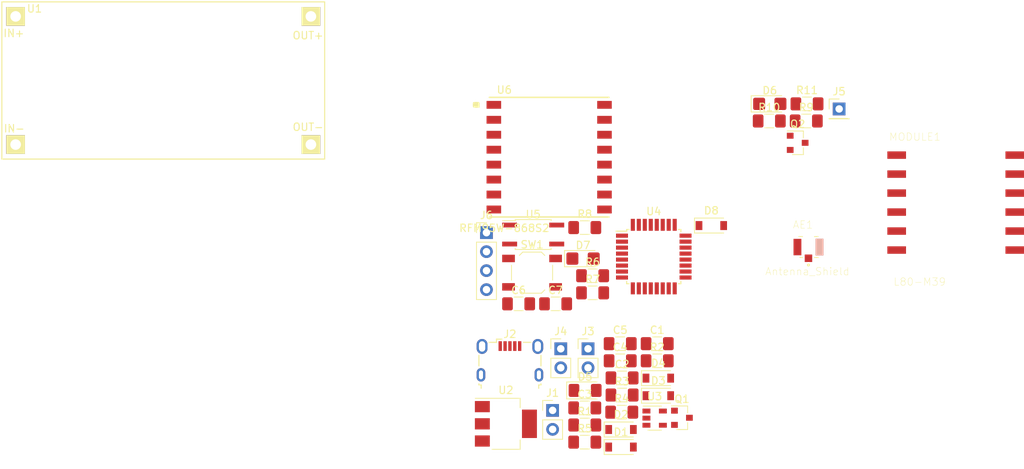
<source format=kicad_pcb>
(kicad_pcb (version 20221018) (generator pcbnew)
  (layers (0 "F.Cu" signal) (31 "B.Cu" signal) (34 "B.Paste" user) (35 "F.Paste" user) (36 "B.SilkS" user "B.Silkscreen") (37 "F.SilkS" user "F.Silkscreen") (38 "B.Mask" user) (39 "F.Mask" user) (44 "Edge.Cuts" user))
  (net 0 "")
  (net 1 "GND")
  (net 2 "Net-(AE1-Pad1)")
  (net 3 "Net-(C1-Pad1)")
  (net 4 "+5V")
  (net 5 "+3V3")
  (net 6 "+BATT")
  (net 7 "/microcontroller/VDD_CORE")
  (net 8 "+12V")
  (net 9 "Net-(D1-Pad2)")
  (net 10 "Net-(D2-Pad1)")
  (net 11 "Net-(D2-Pad2)")
  (net 12 "Net-(D3-Pad2)")
  (net 13 "Net-(D5-Pad1)")
  (net 14 "/microcontroller/LED_1")
  (net 15 "Net-(D6-Pad1)")
  (net 16 "Net-(D7-Pad1)")
  (net 17 "/microcontroller/LED_2")
  (net 18 "Net-(D8-Pad2)")
  (net 19 "Net-(D8-Pad1)")
  (net 20 "D-")
  (net 21 "D+")
  (net 22 "/microcontroller/SWCLK")
  (net 23 "/microcontroller/SWDIO")
  (net 24 "/microcontroller/RX_GPS")
  (net 25 "/microcontroller/TX_GPS")
  (net 26 "/microcontroller/1PPS")
  (net 27 "Net-(MODULE1-Pad7)")
  (net 28 "Net-(MODULE1-Pad8)")
  (net 29 "Net-(MODULE1-Pad10)")
  (net 30 "Net-(MODULE1-Pad11)")
  (net 31 "/microcontroller/SIG_CONECTADO")
  (net 32 "Net-(Q2-Pad1)")
  (net 33 "Net-(R2-Pad1)")
  (net 34 "Net-(R3-Pad2)")
  (net 35 "V_DIV")
  (net 36 "Net-(R10-Pad1)")
  (net 37 "/microcontroller/SIG_PANI")
  (net 38 "/microcontroller/RST_SAMD")
  (net 39 "Net-(U4-Pad1)")
  (net 40 "Net-(U4-Pad2)")
  (net 41 "Net-(U4-Pad3)")
  (net 42 "Net-(U4-Pad4)")
  (net 43 "/microcontroller/DIO0")
  (net 44 "Net-(U4-Pad6)")
  (net 45 "Net-(U4-Pad7)")
  (net 46 "Net-(U4-Pad8)")
  (net 47 "Net-(U4-Pad11)")
  (net 48 "Net-(U4-Pad12)")
  (net 49 "Net-(U4-Pad15)")
  (net 50 "/microcontroller/DIO5")
  (net 51 "/microcontroller/RST_RF")
  (net 52 "/microcontroller/NSS")
  (net 53 "/microcontroller/MOSI")
  (net 54 "/microcontroller/SCK")
  (net 55 "/microcontroller/MISO")
  (net 56 "/microcontroller/DIO1")
  (net 57 "/microcontroller/DIO2")
  (net 58 "Net-(U4-Pad27)")
  (net 59 "Net-(U6-Pad11)")
  (net 60 "Net-(U6-Pad12)")
  (footprint "gps_LoRa:MOLEX_1661" (layer "F.Cu") (at 176 75.8)
    (fp_text reference "AE1" (at -0.73118 -2.98984) (layer "F.SilkS") (effects (font (size 1.00162 1.00162) (thickness 0.05))))
    (fp_text value "Antenna_Shield" (at -0.145195 3.26924) (layer "F.SilkS") (effects (font (size 1.0013 1.0013) (thickness 0.05))))
    (fp_line (start -1.3 -1.4) (end -0.8 -1.4) (stroke (width 0.127)) (layer "F.SilkS"))
    (fp_line (start -1.1 1.4) (end -1.15 1.35) (stroke (width 0.127)) (layer "F.SilkS"))
    (fp_line (start -1.1 1.4) (end -0.8 1.4) (stroke (width 0.127)) (layer "F.SilkS"))
    (fp_line (start 1.3 -1.4) (end 0.8 -1.4) (stroke (width 0.127)) (layer "F.SilkS"))
    (fp_line (start 1.3 1.4) (end 0.8 1.4) (stroke (width 0.127)) (layer "F.SilkS"))
    (fp_circle (center 0 2.4) (end 0.1 2.4) (stroke (width 0.2)) (fill none) (layer "F.SilkS"))
    (pad "1" smd rect (at 0 1.5) (size 1 1) (layers "F.Cu" "F.Paste" "F.Mask") (net 2 "Net-(AE1-Pad1)"))
    (pad "2" smd rect (at -1.475 0) (size 1.05 2.2) (layers "F.Cu" "F.Paste" "F.Mask") (net 1 "GND"))
    (pad "3" smd rect (at 1.475 0) (size 1.05 2.2) (layers "F.Cu" "F.Paste" "B.SilkS" "F.Mask"))
  )
  (footprint "Capacitor_SMD:C_1206_3216Metric_Pad1.42x1.75mm_HandSolder" (layer "F.Cu") (at 155.765001 88.725001)
    (fp_text reference "C1" (at 0 -1.82) (layer "F.SilkS"))
    (fp_text value "10uf")
    (fp_line (start -0.602064 -0.91) (end 0.602064 -0.91) (stroke (width 0.12)) (layer "F.SilkS"))
    (fp_line (start -0.602064 0.91) (end 0.602064 0.91) (stroke (width 0.12)) (layer "F.SilkS"))
    (pad "1" smd roundrect (at -1.4875 0) (size 1.425 1.75) (layers "F.Cu" "F.Paste" "F.Mask") (roundrect_rratio 0.175439) (net 3 "Net-(C1-Pad1)"))
    (pad "2" smd roundrect (at 1.4875 0) (size 1.425 1.75) (layers "F.Cu" "F.Paste" "F.Mask") (roundrect_rratio 0.175439) (net 1 "GND"))
  )
  (footprint "Capacitor_SMD:C_1206_3216Metric_Pad1.42x1.75mm_HandSolder" (layer "F.Cu") (at 151.065001 93.305001)
    (fp_text reference "C2" (at 0 -1.82) (layer "F.SilkS"))
    (fp_text value "10uf")
    (fp_line (start -0.602064 -0.91) (end 0.602064 -0.91) (stroke (width 0.12)) (layer "F.SilkS"))
    (fp_line (start -0.602064 0.91) (end 0.602064 0.91) (stroke (width 0.12)) (layer "F.SilkS"))
    (pad "1" smd roundrect (at -1.4875 0) (size 1.425 1.75) (layers "F.Cu" "F.Paste" "F.Mask") (roundrect_rratio 0.175439) (net 4 "+5V"))
    (pad "2" smd roundrect (at 1.4875 0) (size 1.425 1.75) (layers "F.Cu" "F.Paste" "F.Mask") (roundrect_rratio 0.175439) (net 1 "GND"))
  )
  (footprint "Capacitor_SMD:C_1206_3216Metric_Pad1.42x1.75mm_HandSolder" (layer "F.Cu") (at 146.075001 97.315001)
    (fp_text reference "C3" (at 0 -1.82) (layer "F.SilkS"))
    (fp_text value "100uf")
    (fp_line (start -0.602064 -0.91) (end 0.602064 -0.91) (stroke (width 0.12)) (layer "F.SilkS"))
    (fp_line (start -0.602064 0.91) (end 0.602064 0.91) (stroke (width 0.12)) (layer "F.SilkS"))
    (pad "1" smd roundrect (at -1.4875 0) (size 1.425 1.75) (layers "F.Cu" "F.Paste" "F.Mask") (roundrect_rratio 0.175439) (net 5 "+3V3"))
    (pad "2" smd roundrect (at 1.4875 0) (size 1.425 1.75) (layers "F.Cu" "F.Paste" "F.Mask") (roundrect_rratio 0.175439) (net 1 "GND"))
  )
  (footprint "Capacitor_SMD:C_1206_3216Metric_Pad1.42x1.75mm_HandSolder" (layer "F.Cu") (at 150.815001 91.015001)
    (fp_text reference "C4" (at 0 -1.82) (layer "F.SilkS"))
    (fp_text value "0.1uf")
    (fp_line (start -0.602064 -0.91) (end 0.602064 -0.91) (stroke (width 0.12)) (layer "F.SilkS"))
    (fp_line (start -0.602064 0.91) (end 0.602064 0.91) (stroke (width 0.12)) (layer "F.SilkS"))
    (pad "1" smd roundrect (at -1.4875 0) (size 1.425 1.75) (layers "F.Cu" "F.Paste" "F.Mask") (roundrect_rratio 0.175439) (net 5 "+3V3"))
    (pad "2" smd roundrect (at 1.4875 0) (size 1.425 1.75) (layers "F.Cu" "F.Paste" "F.Mask") (roundrect_rratio 0.175439) (net 1 "GND"))
  )
  (footprint "Capacitor_SMD:C_1206_3216Metric_Pad1.42x1.75mm_HandSolder" (layer "F.Cu") (at 150.815001 88.725001)
    (fp_text reference "C5" (at 0 -1.82) (layer "F.SilkS"))
    (fp_text value "10uf")
    (fp_line (start -0.602064 -0.91) (end 0.602064 -0.91) (stroke (width 0.12)) (layer "F.SilkS"))
    (fp_line (start -0.602064 0.91) (end 0.602064 0.91) (stroke (width 0.12)) (layer "F.SilkS"))
    (pad "1" smd roundrect (at -1.4875 0) (size 1.425 1.75) (layers "F.Cu" "F.Paste" "F.Mask") (roundrect_rratio 0.175439) (net 6 "+BATT"))
    (pad "2" smd roundrect (at 1.4875 0) (size 1.425 1.75) (layers "F.Cu" "F.Paste" "F.Mask") (roundrect_rratio 0.175439) (net 1 "GND"))
  )
  (footprint "Capacitor_SMD:C_1206_3216Metric_Pad1.42x1.75mm_HandSolder" (layer "F.Cu") (at 137.225001 83.395001)
    (fp_text reference "C6" (at 0 -1.82) (layer "F.SilkS"))
    (fp_text value "1uf")
    (fp_line (start -0.602064 -0.91) (end 0.602064 -0.91) (stroke (width 0.12)) (layer "F.SilkS"))
    (fp_line (start -0.602064 0.91) (end 0.602064 0.91) (stroke (width 0.12)) (layer "F.SilkS"))
    (pad "1" smd roundrect (at -1.4875 0) (size 1.425 1.75) (layers "F.Cu" "F.Paste" "F.Mask") (roundrect_rratio 0.175439) (net 7 "/microcontroller/VDD_CORE"))
    (pad "2" smd roundrect (at 1.4875 0) (size 1.425 1.75) (layers "F.Cu" "F.Paste" "F.Mask") (roundrect_rratio 0.175439) (net 1 "GND"))
  )
  (footprint "Capacitor_SMD:C_1206_3216Metric_Pad1.42x1.75mm_HandSolder" (layer "F.Cu") (at 142.175001 83.395001)
    (fp_text reference "C7" (at 0 -1.82) (layer "F.SilkS"))
    (fp_text value "0.1uf")
    (fp_line (start -0.602064 -0.91) (end 0.602064 -0.91) (stroke (width 0.12)) (layer "F.SilkS"))
    (fp_line (start -0.602064 0.91) (end 0.602064 0.91) (stroke (width 0.12)) (layer "F.SilkS"))
    (pad "1" smd roundrect (at -1.4875 0) (size 1.425 1.75) (layers "F.Cu" "F.Paste" "F.Mask") (roundrect_rratio 0.175439) (net 5 "+3V3"))
    (pad "2" smd roundrect (at 1.4875 0) (size 1.425 1.75) (layers "F.Cu" "F.Paste" "F.Mask") (roundrect_rratio 0.175439) (net 1 "GND"))
  )
  (footprint "Diode_SMD:D_SOD-123" (layer "F.Cu") (at 150.925001 102.555001)
    (fp_text reference "D1" (at 0 -2) (layer "F.SilkS"))
    (fp_text value "D_Schottky")
    (fp_line (start -2.25 -1) (end -2.25 1) (stroke (width 0.12)) (layer "F.SilkS"))
    (fp_line (start -2.25 -1) (end 1.65 -1) (stroke (width 0.12)) (layer "F.SilkS"))
    (fp_line (start -2.25 1) (end 1.65 1) (stroke (width 0.12)) (layer "F.SilkS"))
    (pad "1" smd rect (at -1.65 0) (size 0.9 1.2) (layers "F.Cu" "F.Paste" "F.Mask") (net 8 "+12V"))
    (pad "2" smd rect (at 1.65 0) (size 0.9 1.2) (layers "F.Cu" "F.Paste" "F.Mask") (net 9 "Net-(D1-Pad2)"))
  )
  (footprint "Diode_SMD:D_SOD-123" (layer "F.Cu") (at 150.925001 100.205001)
    (fp_text reference "D2" (at 0 -2) (layer "F.SilkS"))
    (fp_text value "D_Schottky")
    (fp_line (start -2.25 -1) (end -2.25 1) (stroke (width 0.12)) (layer "F.SilkS"))
    (fp_line (start -2.25 -1) (end 1.65 -1) (stroke (width 0.12)) (layer "F.SilkS"))
    (fp_line (start -2.25 1) (end 1.65 1) (stroke (width 0.12)) (layer "F.SilkS"))
    (pad "1" smd rect (at -1.65 0) (size 0.9 1.2) (layers "F.Cu" "F.Paste" "F.Mask") (net 10 "Net-(D2-Pad1)"))
    (pad "2" smd rect (at 1.65 0) (size 0.9 1.2) (layers "F.Cu" "F.Paste" "F.Mask") (net 11 "Net-(D2-Pad2)"))
  )
  (footprint "Diode_SMD:D_SOD-123" (layer "F.Cu") (at 155.915001 95.685001)
    (fp_text reference "D3" (at 0 -2) (layer "F.SilkS"))
    (fp_text value "D_Schottky")
    (fp_line (start -2.25 -1) (end -2.25 1) (stroke (width 0.12)) (layer "F.SilkS"))
    (fp_line (start -2.25 -1) (end 1.65 -1) (stroke (width 0.12)) (layer "F.SilkS"))
    (fp_line (start -2.25 1) (end 1.65 1) (stroke (width 0.12)) (layer "F.SilkS"))
    (pad "1" smd rect (at -1.65 0) (size 0.9 1.2) (layers "F.Cu" "F.Paste" "F.Mask") (net 4 "+5V"))
    (pad "2" smd rect (at 1.65 0) (size 0.9 1.2) (layers "F.Cu" "F.Paste" "F.Mask") (net 12 "Net-(D3-Pad2)"))
  )
  (footprint "Diode_SMD:D_SOD-123" (layer "F.Cu") (at 155.915001 93.335001)
    (fp_text reference "D4" (at 0 -2) (layer "F.SilkS"))
    (fp_text value "D_Schottky")
    (fp_line (start -2.25 -1) (end -2.25 1) (stroke (width 0.12)) (layer "F.SilkS"))
    (fp_line (start -2.25 -1) (end 1.65 -1) (stroke (width 0.12)) (layer "F.SilkS"))
    (fp_line (start -2.25 1) (end 1.65 1) (stroke (width 0.12)) (layer "F.SilkS"))
    (pad "1" smd rect (at -1.65 0) (size 0.9 1.2) (layers "F.Cu" "F.Paste" "F.Mask") (net 3 "Net-(C1-Pad1)"))
    (pad "2" smd rect (at 1.65 0) (size 0.9 1.2) (layers "F.Cu" "F.Paste" "F.Mask") (net 4 "+5V"))
  )
  (footprint "LED_SMD:LED_1206_3216Metric_Pad1.42x1.75mm_HandSolder" (layer "F.Cu") (at 146.120001 94.975001)
    (fp_text reference "D5" (at 0 -1.82) (layer "F.SilkS"))
    (fp_text value "LED")
    (fp_line (start -2.46 -1.135) (end -2.46 1.135) (stroke (width 0.12)) (layer "F.SilkS"))
    (fp_line (start -2.46 1.135) (end 1.6 1.135) (stroke (width 0.12)) (layer "F.SilkS"))
    (fp_line (start 1.6 -1.135) (end -2.46 -1.135) (stroke (width 0.12)) (layer "F.SilkS"))
    (pad "1" smd roundrect (at -1.4875 0) (size 1.425 1.75) (layers "F.Cu" "F.Paste" "F.Mask") (roundrect_rratio 0.175439) (net 13 "Net-(D5-Pad1)"))
    (pad "2" smd roundrect (at 1.4875 0) (size 1.425 1.75) (layers "F.Cu" "F.Paste" "F.Mask") (roundrect_rratio 0.175439) (net 4 "+5V"))
  )
  (footprint "LED_SMD:LED_1206_3216Metric_Castellated" (layer "F.Cu") (at 170.825001 56.645001)
    (fp_text reference "D6" (at 0 -1.78) (layer "F.SilkS"))
    (fp_text value "LED_GREEN")
    (fp_line (start -2.485 -1.085) (end -2.485 1.085) (stroke (width 0.12)) (layer "F.SilkS"))
    (fp_line (start -2.485 1.085) (end 1.6 1.085) (stroke (width 0.12)) (layer "F.SilkS"))
    (fp_line (start 1.6 -1.085) (end -2.485 -1.085) (stroke (width 0.12)) (layer "F.SilkS"))
    (pad "1" smd roundrect (at -1.425 0) (size 1.6 1.65) (layers "F.Cu" "F.Paste" "F.Mask") (roundrect_rratio 0.15625) (net 15 "Net-(D6-Pad1)"))
    (pad "2" smd roundrect (at 1.425 0) (size 1.6 1.65) (layers "F.Cu" "F.Paste" "F.Mask") (roundrect_rratio 0.15625) (net 14 "/microcontroller/LED_1"))
  )
  (footprint "LED_SMD:LED_1206_3216Metric_Castellated" (layer "F.Cu") (at 145.845001 77.345001)
    (fp_text reference "D7" (at 0 -1.78) (layer "F.SilkS"))
    (fp_text value "LED_RED")
    (fp_line (start -2.485 -1.085) (end -2.485 1.085) (stroke (width 0.12)) (layer "F.SilkS"))
    (fp_line (start -2.485 1.085) (end 1.6 1.085) (stroke (width 0.12)) (layer "F.SilkS"))
    (fp_line (start 1.6 -1.085) (end -2.485 -1.085) (stroke (width 0.12)) (layer "F.SilkS"))
    (pad "1" smd roundrect (at -1.425 0) (size 1.6 1.65) (layers "F.Cu" "F.Paste" "F.Mask") (roundrect_rratio 0.15625) (net 16 "Net-(D7-Pad1)"))
    (pad "2" smd roundrect (at 1.425 0) (size 1.6 1.65) (layers "F.Cu" "F.Paste" "F.Mask") (roundrect_rratio 0.15625) (net 17 "/microcontroller/LED_2"))
  )
  (footprint "Diode_SMD:D_SOD-123" (layer "F.Cu") (at 163.005001 72.925001)
    (fp_text reference "D8" (at 0 -2) (layer "F.SilkS"))
    (fp_text value "D_Schottky")
    (fp_line (start -2.25 -1) (end -2.25 1) (stroke (width 0.12)) (layer "F.SilkS"))
    (fp_line (start -2.25 -1) (end 1.65 -1) (stroke (width 0.12)) (layer "F.SilkS"))
    (fp_line (start -2.25 1) (end 1.65 1) (stroke (width 0.12)) (layer "F.SilkS"))
    (pad "1" smd rect (at -1.65 0) (size 0.9 1.2) (layers "F.Cu" "F.Paste" "F.Mask") (net 19 "Net-(D8-Pad1)"))
    (pad "2" smd rect (at 1.65 0) (size 0.9 1.2) (layers "F.Cu" "F.Paste" "F.Mask") (net 18 "Net-(D8-Pad2)"))
  )
  (footprint "Connector_PinHeader_2.54mm:PinHeader_1x02_P2.54mm_Vertical" (layer "F.Cu") (at 141.775001 97.645001)
    (fp_text reference "J1" (at 0 -2.33) (layer "F.SilkS"))
    (fp_text value "IN 12V")
    (fp_line (start -1.33 -1.33) (end 0 -1.33) (stroke (width 0.12)) (layer "F.SilkS"))
    (fp_line (start -1.33 0) (end -1.33 -1.33) (stroke (width 0.12)) (layer "F.SilkS"))
    (fp_line (start -1.33 1.27) (end -1.33 3.87) (stroke (width 0.12)) (layer "F.SilkS"))
    (fp_line (start -1.33 1.27) (end 1.33 1.27) (stroke (width 0.12)) (layer "F.SilkS"))
    (fp_line (start -1.33 3.87) (end 1.33 3.87) (stroke (width 0.12)) (layer "F.SilkS"))
    (fp_line (start 1.33 1.27) (end 1.33 3.87) (stroke (width 0.12)) (layer "F.SilkS"))
    (pad "1" thru_hole rect (at 0 0) (size 1.7 1.7) (drill 1) (layers "*.Cu" "*.Mask") (net 9 "Net-(D1-Pad2)"))
    (pad "2" thru_hole oval (at 0 2.54) (size 1.7 1.7) (drill 1) (layers "*.Cu" "*.Mask") (net 1 "GND"))
  )
  (footprint "Connector_USB:USB_Micro-B_Wuerth_629105150521" (layer "F.Cu") (at 136.065001 90.945001)
    (fp_text reference "J2" (at 0 -3.5) (layer "F.SilkS"))
    (fp_text value "USB_B")
    (fp_line (start -4.15 -0.65) (end -4.15 0.75) (stroke (width 0.15)) (layer "F.SilkS"))
    (fp_line (start -4.15 3.15) (end -4.15 3.3) (stroke (width 0.15)) (layer "F.SilkS"))
    (fp_line (start -4.15 3.3) (end -3.85 3.3) (stroke (width 0.15)) (layer "F.SilkS"))
    (fp_line (start -3.85 3.3) (end -3.85 3.75) (stroke (width 0.15)) (layer "F.SilkS"))
    (fp_line (start -1.8 -2.825) (end -1.8 -2.4) (stroke (width 0.15)) (layer "F.SilkS"))
    (fp_line (start -1.8 -2.4) (end -2.8 -2.4) (stroke (width 0.15)) (layer "F.SilkS"))
    (fp_line (start -1.075 -2.825) (end -1.8 -2.825) (stroke (width 0.15)) (layer "F.SilkS"))
    (fp_line (start 1.8 -2.4) (end 2.8 -2.4) (stroke (width 0.15)) (layer "F.SilkS"))
    (fp_line (start 3.85 3.3) (end 4.15 3.3) (stroke (width 0.15)) (layer "F.SilkS"))
    (fp_line (start 3.85 3.75) (end 3.85 3.3) (stroke (width 0.15)) (layer "F.SilkS"))
    (fp_line (start 4.15 0.75) (end 4.15 -0.65) (stroke (width 0.15)) (layer "F.SilkS"))
    (fp_line (start 4.15 3.3) (end 4.15 3.15) (stroke (width 0.15)) (layer "F.SilkS"))
    (pad "" np_thru_hole oval (at -2.5 -0.8) (size 0.8 0.8) (drill 0.8) (layers "*.Cu" "*.Mask"))
    (pad "" np_thru_hole oval (at 2.5 -0.8) (size 0.8 0.8) (drill 0.8) (layers "*.Cu" "*.Mask"))
    (pad "1" smd rect (at -1.3 -1.9) (size 0.45 1.3) (layers "F.Cu" "F.Paste" "F.Mask") (net 12 "Net-(D3-Pad2)"))
    (pad "2" smd rect (at -0.65 -1.9) (size 0.45 1.3) (layers "F.Cu" "F.Paste" "F.Mask") (net 20 "D-"))
    (pad "3" smd rect (at 0 -1.9) (size 0.45 1.3) (layers "F.Cu" "F.Paste" "F.Mask") (net 21 "D+"))
    (pad "4" smd rect (at 0.65 -1.9) (size 0.45 1.3) (layers "F.Cu" "F.Paste" "F.Mask") (net 1 "GND"))
    (pad "5" smd rect (at 1.3 -1.9) (size 0.45 1.3) (layers "F.Cu" "F.Paste" "F.Mask") (net 1 "GND"))
    (pad "6" thru_hole oval (at -3.875 1.95) (size 1.15 1.8) (drill oval 0.55 1.2) (layers "*.Cu" "*.Mask"))
    (pad "6" thru_hole oval (at -3.725 -1.85) (size 1.45 2) (drill oval 0.85 1.4) (layers "*.Cu" "*.Mask"))
    (pad "6" thru_hole oval (at 3.725 -1.85) (size 1.45 2) (drill oval 0.85 1.4) (layers "*.Cu" "*.Mask"))
    (pad "6" thru_hole oval (at 3.875 1.95) (size 1.15 1.8) (drill oval 0.55 1.2) (layers "*.Cu" "*.Mask"))
  )
  (footprint "Connector_PinHeader_2.54mm:PinHeader_1x02_P2.54mm_Vertical" (layer "F.Cu") (at 146.515001 89.405001)
    (fp_text reference "J3" (at 0 -2.33) (layer "F.SilkS"))
    (fp_text value "ADJ")
    (fp_line (start -1.33 -1.33) (end 0 -1.33) (stroke (width 0.12)) (layer "F.SilkS"))
    (fp_line (start -1.33 0) (end -1.33 -1.33) (stroke (width 0.12)) (layer "F.SilkS"))
    (fp_line (start -1.33 1.27) (end -1.33 3.87) (stroke (width 0.12)) (layer "F.SilkS"))
    (fp_line (start -1.33 1.27) (end 1.33 1.27) (stroke (width 0.12)) (layer "F.SilkS"))
    (fp_line (start -1.33 3.87) (end 1.33 3.87) (stroke (width 0.12)) (layer "F.SilkS"))
    (fp_line (start 1.33 1.27) (end 1.33 3.87) (stroke (width 0.12)) (layer "F.SilkS"))
    (pad "1" thru_hole rect (at 0 0) (size 1.7 1.7) (drill 1) (layers "*.Cu" "*.Mask") (net 10 "Net-(D2-Pad1)"))
    (pad "2" thru_hole oval (at 0 2.54) (size 1.7 1.7) (drill 1) (layers "*.Cu" "*.Mask") (net 4 "+5V"))
  )
  (footprint "Connector_PinHeader_2.54mm:PinHeader_1x02_P2.54mm_Vertical" (layer "F.Cu") (at 142.865001 89.405001)
    (fp_text reference "J4" (at 0 -2.33) (layer "F.SilkS"))
    (fp_text value "BAT")
    (fp_line (start -1.33 -1.33) (end 0 -1.33) (stroke (width 0.12)) (layer "F.SilkS"))
    (fp_line (start -1.33 0) (end -1.33 -1.33) (stroke (width 0.12)) (layer "F.SilkS"))
    (fp_line (start -1.33 1.27) (end -1.33 3.87) (stroke (width 0.12)) (layer "F.SilkS"))
    (fp_line (start -1.33 1.27) (end 1.33 1.27) (stroke (width 0.12)) (layer "F.SilkS"))
    (fp_line (start -1.33 3.87) (end 1.33 3.87) (stroke (width 0.12)) (layer "F.SilkS"))
    (fp_line (start 1.33 1.27) (end 1.33 3.87) (stroke (width 0.12)) (layer "F.SilkS"))
    (pad "1" thru_hole rect (at 0 0) (size 1.7 1.7) (drill 1) (layers "*.Cu" "*.Mask") (net 1 "GND"))
    (pad "2" thru_hole oval (at 0 2.54) (size 1.7 1.7) (drill 1) (layers "*.Cu" "*.Mask") (net 6 "+BATT"))
  )
  (footprint "Connector_PinHeader_2.54mm:PinHeader_1x01_P2.54mm_Vertical" (layer "F.Cu") (at 180.105001 57.325001)
    (fp_text reference "J5" (at 0 -2.33) (layer "F.SilkS"))
    (fp_text value "PANI")
    (fp_line (start -1.33 -1.33) (end 0 -1.33) (stroke (width 0.12)) (layer "F.SilkS"))
    (fp_line (start -1.33 0) (end -1.33 -1.33) (stroke (width 0.12)) (layer "F.SilkS"))
    (fp_line (start -1.33 1.27) (end -1.33 1.33) (stroke (width 0.12)) (layer "F.SilkS"))
    (fp_line (start -1.33 1.27) (end 1.33 1.27) (stroke (width 0.12)) (layer "F.SilkS"))
    (fp_line (start -1.33 1.33) (end 1.33 1.33) (stroke (width 0.12)) (layer "F.SilkS"))
    (fp_line (start 1.33 1.27) (end 1.33 1.33) (stroke (width 0.12)) (layer "F.SilkS"))
    (pad "1" thru_hole rect (at 0 0) (size 1.7 1.7) (drill 1) (layers "*.Cu" "*.Mask") (net 19 "Net-(D8-Pad1)"))
  )
  (footprint "Connector_PinHeader_2.54mm:PinHeader_1x04_P2.54mm_Vertical" (layer "F.Cu") (at 132.925001 73.875001)
    (fp_text reference "J6" (at 0 -2.33) (layer "F.SilkS"))
    (fp_text value "SWD")
    (fp_line (start -1.33 -1.33) (end 0 -1.33) (stroke (width 0.12)) (layer "F.SilkS"))
    (fp_line (start -1.33 0) (end -1.33 -1.33) (stroke (width 0.12)) (layer "F.SilkS"))
    (fp_line (start -1.33 1.27) (end -1.33 8.95) (stroke (width 0.12)) (layer "F.SilkS"))
    (fp_line (start -1.33 1.27) (end 1.33 1.27) (stroke (width 0.12)) (layer "F.SilkS"))
    (fp_line (start -1.33 8.95) (end 1.33 8.95) (stroke (width 0.12)) (layer "F.SilkS"))
    (fp_line (start 1.33 1.27) (end 1.33 8.95) (stroke (width 0.12)) (layer "F.SilkS"))
    (pad "1" thru_hole rect (at 0 0) (size 1.7 1.7) (drill 1) (layers "*.Cu" "*.Mask") (net 1 "GND"))
    (pad "2" thru_hole oval (at 0 2.54) (size 1.7 1.7) (drill 1) (layers "*.Cu" "*.Mask") (net 22 "/microcontroller/SWCLK"))
    (pad "3" thru_hole oval (at 0 5.08) (size 1.7 1.7) (drill 1) (layers "*.Cu" "*.Mask") (net 23 "/microcontroller/SWDIO"))
    (pad "4" thru_hole oval (at 0 7.62) (size 1.7 1.7) (drill 1) (layers "*.Cu" "*.Mask") (net 5 "+3V3"))
  )
  (footprint "QUECTEL_L80-M39" (layer "F.Cu") (at 195.7 70.7)
    (fp_text reference "MODULE1" (at -5.46 -9.635) (layer "F.SilkS") (effects (font (thickness 0.05))))
    (fp_text value "L80-M39" (at -4.82731 9.7554) (layer "F.SilkS") (effects (font (thickness 0.05))))
    (pad "1" smd rect (at 7.9 5.5) (size 2.5 1) (layers "F.Cu" "F.Paste" "F.Mask") (net 24 "/microcontroller/RX_GPS"))
    (pad "2" smd rect (at 7.9 2.96) (size 2.5 1) (layers "F.Cu" "F.Paste" "F.Mask") (net 25 "/microcontroller/TX_GPS"))
    (pad "3" smd rect (at 7.9 0.42) (size 2.5 1) (layers "F.Cu" "F.Paste" "F.Mask") (net 1 "GND"))
    (pad "4" smd rect (at 7.9 -2.12) (size 2.5 1) (layers "F.Cu" "F.Paste" "F.Mask") (net 5 "+3V3"))
    (pad "5" smd rect (at 7.9 -4.66) (size 2.5 1) (layers "F.Cu" "F.Paste" "F.Mask") (net 5 "+3V3"))
    (pad "6" smd rect (at 7.9 -7.2) (size 2.5 1) (layers "F.Cu" "F.Paste" "F.Mask") (net 26 "/microcontroller/1PPS"))
    (pad "7" smd rect (at -7.9 -7.2 180) (size 2.5 1) (layers "F.Cu" "F.Paste" "F.Mask") (net 27 "Net-(MODULE1-Pad7)"))
    (pad "8" smd rect (at -7.9 -4.66 180) (size 2.5 1) (layers "F.Cu" "F.Paste" "F.Mask") (net 28 "Net-(MODULE1-Pad8)"))
    (pad "9" smd rect (at -7.9 -2.12 180) (size 2.5 1) (layers "F.Cu" "F.Paste" "F.Mask"))
    (pad "10" smd rect (at -7.9 0.42 180) (size 2.5 1) (layers "F.Cu" "F.Paste" "F.Mask") (net 29 "Net-(MODULE1-Pad10)"))
    (pad "11" smd rect (at -7.9 2.96 180) (size 2.5 1) (layers "F.Cu" "F.Paste" "F.Mask") (net 30 "Net-(MODULE1-Pad11)"))
    (pad "12" smd rect (at -7.9 5.5 180) (size 2.5 1) (layers "F.Cu" "F.Paste" "F.Mask") (net 1 "GND"))
  )
  (footprint "Package_TO_SOT_SMD:SOT-23" (layer "F.Cu") (at 159.075001 98.635001)
    (fp_text reference "Q1" (at 0 -2.5) (layer "F.SilkS"))
    (fp_text value "Q_PMOS_GSD")
    (fp_line (start 0.76 -1.58) (end -1.4 -1.58) (stroke (width 0.12)) (layer "F.SilkS"))
    (fp_line (start 0.76 -1.58) (end 0.76 -0.65) (stroke (width 0.12)) (layer "F.SilkS"))
    (fp_line (start 0.76 1.58) (end -0.7 1.58) (stroke (width 0.12)) (layer "F.SilkS"))
    (fp_line (start 0.76 1.58) (end 0.76 0.65) (stroke (width 0.12)) (layer "F.SilkS"))
    (pad "1" smd rect (at -1 -0.95) (size 0.9 0.8) (layers "F.Cu" "F.Paste" "F.Mask") (net 4 "+5V"))
    (pad "2" smd rect (at -1 0.95) (size 0.9 0.8) (layers "F.Cu" "F.Paste" "F.Mask") (net 6 "+BATT"))
    (pad "3" smd rect (at 1 0) (size 0.9 0.8) (layers "F.Cu" "F.Paste" "F.Mask") (net 3 "Net-(C1-Pad1)"))
  )
  (footprint "Package_TO_SOT_SMD:SOT-23" (layer "F.Cu") (at 174.555001 61.855001)
    (fp_text reference "Q2" (at 0 -2.5) (layer "F.SilkS"))
    (fp_text value "SMMBT3904LT1G")
    (fp_line (start 0.76 -1.58) (end -1.4 -1.58) (stroke (width 0.12)) (layer "F.SilkS"))
    (fp_line (start 0.76 -1.58) (end 0.76 -0.65) (stroke (width 0.12)) (layer "F.SilkS"))
    (fp_line (start 0.76 1.58) (end -0.7 1.58) (stroke (width 0.12)) (layer "F.SilkS"))
    (fp_line (start 0.76 1.58) (end 0.76 0.65) (stroke (width 0.12)) (layer "F.SilkS"))
    (pad "1" smd rect (at -1 -0.95) (size 0.9 0.8) (layers "F.Cu" "F.Paste" "F.Mask") (net 32 "Net-(Q2-Pad1)"))
    (pad "2" smd rect (at -1 0.95) (size 0.9 0.8) (layers "F.Cu" "F.Paste" "F.Mask") (net 1 "GND"))
    (pad "3" smd rect (at 1 0) (size 0.9 0.8) (layers "F.Cu" "F.Paste" "F.Mask") (net 31 "/microcontroller/SIG_CONECTADO"))
  )
  (footprint "Resistor_SMD:R_1206_3216Metric_Pad1.42x1.75mm_HandSolder" (layer "F.Cu") (at 146.075001 99.605001)
    (fp_text reference "R1" (at 0 -1.82) (layer "F.SilkS"))
    (fp_text value "47k")
    (fp_line (start -0.602064 -0.91) (end 0.602064 -0.91) (stroke (width 0.12)) (layer "F.SilkS"))
    (fp_line (start -0.602064 0.91) (end 0.602064 0.91) (stroke (width 0.12)) (layer "F.SilkS"))
    (pad "1" smd roundrect (at -1.4875 0) (size 1.425 1.75) (layers "F.Cu" "F.Paste" "F.Mask") (roundrect_rratio 0.175439) (net 4 "+5V"))
    (pad "2" smd roundrect (at 1.4875 0) (size 1.425 1.75) (layers "F.Cu" "F.Paste" "F.Mask") (roundrect_rratio 0.175439) (net 1 "GND"))
  )
  (footprint "Resistor_SMD:R_1206_3216Metric_Pad1.42x1.75mm_HandSolder" (layer "F.Cu") (at 155.765001 91.015001)
    (fp_text reference "R2" (at 0 -1.82) (layer "F.SilkS"))
    (fp_text value "2k")
    (fp_line (start -0.602064 -0.91) (end 0.602064 -0.91) (stroke (width 0.12)) (layer "F.SilkS"))
    (fp_line (start -0.602064 0.91) (end 0.602064 0.91) (stroke (width 0.12)) (layer "F.SilkS"))
    (pad "1" smd roundrect (at -1.4875 0) (size 1.425 1.75) (layers "F.Cu" "F.Paste" "F.Mask") (roundrect_rratio 0.175439) (net 33 "Net-(R2-Pad1)"))
    (pad "2" smd roundrect (at 1.4875 0) (size 1.425 1.75) (layers "F.Cu" "F.Paste" "F.Mask") (roundrect_rratio 0.175439) (net 1 "GND"))
  )
  (footprint "Resistor_SMD:R_1206_3216Metric_Pad1.42x1.75mm_HandSolder" (layer "F.Cu") (at 151.065001 95.595001)
    (fp_text reference "R3" (at 0 -1.82) (layer "F.SilkS"))
    (fp_text value "330")
    (fp_line (start -0.602064 -0.91) (end 0.602064 -0.91) (stroke (width 0.12)) (layer "F.SilkS"))
    (fp_line (start -0.602064 0.91) (end 0.602064 0.91) (stroke (width 0.12)) (layer "F.SilkS"))
    (pad "1" smd roundrect (at -1.4875 0) (size 1.425 1.75) (layers "F.Cu" "F.Paste" "F.Mask") (roundrect_rratio 0.175439) (net 13 "Net-(D5-Pad1)"))
    (pad "2" smd roundrect (at 1.4875 0) (size 1.425 1.75) (layers "F.Cu" "F.Paste" "F.Mask") (roundrect_rratio 0.175439) (net 34 "Net-(R3-Pad2)"))
  )
  (footprint "Resistor_SMD:R_1206_3216Metric_Pad1.42x1.75mm_HandSolder" (layer "F.Cu") (at 151.025001 97.885001)
    (fp_text reference "R4" (at 0 -1.82) (layer "F.SilkS"))
    (fp_text value "100k")
    (fp_line (start -0.602064 -0.91) (end 0.602064 -0.91) (stroke (width 0.12)) (layer "F.SilkS"))
    (fp_line (start -0.602064 0.91) (end 0.602064 0.91) (stroke (width 0.12)) (layer "F.SilkS"))
    (pad "1" smd roundrect (at -1.4875 0) (size 1.425 1.75) (layers "F.Cu" "F.Paste" "F.Mask") (roundrect_rratio 0.175439) (net 6 "+BATT"))
    (pad "2" smd roundrect (at 1.4875 0) (size 1.425 1.75) (layers "F.Cu" "F.Paste" "F.Mask") (roundrect_rratio 0.175439) (net 35 "V_DIV"))
  )
  (footprint "Resistor_SMD:R_1206_3216Metric_Pad1.42x1.75mm_HandSolder" (layer "F.Cu") (at 146.075001 101.895001)
    (fp_text reference "R5" (at 0 -1.82) (layer "F.SilkS"))
    (fp_text value "100k")
    (fp_line (start -0.602064 -0.91) (end 0.602064 -0.91) (stroke (width 0.12)) (layer "F.SilkS"))
    (fp_line (start -0.602064 0.91) (end 0.602064 0.91) (stroke (width 0.12)) (layer "F.SilkS"))
    (pad "1" smd roundrect (at -1.4875 0) (size 1.425 1.75) (layers "F.Cu" "F.Paste" "F.Mask") (roundrect_rratio 0.175439) (net 35 "V_DIV"))
    (pad "2" smd roundrect (at 1.4875 0) (size 1.425 1.75) (layers "F.Cu" "F.Paste" "F.Mask") (roundrect_rratio 0.175439) (net 1 "GND"))
  )
  (footprint "Resistor_SMD:R_1206_3216Metric_Pad1.42x1.75mm_HandSolder" (layer "F.Cu") (at 147.125001 79.635001)
    (fp_text reference "R6" (at 0 -1.82) (layer "F.SilkS"))
    (fp_text value "330")
    (fp_line (start -0.602064 -0.91) (end 0.602064 -0.91) (stroke (width 0.12)) (layer "F.SilkS"))
    (fp_line (start -0.602064 0.91) (end 0.602064 0.91) (stroke (width 0.12)) (layer "F.SilkS"))
    (pad "1" smd roundrect (at -1.4875 0) (size 1.425 1.75) (layers "F.Cu" "F.Paste" "F.Mask") (roundrect_rratio 0.175439) (net 15 "Net-(D6-Pad1)"))
    (pad "2" smd roundrect (at 1.4875 0) (size 1.425 1.75) (layers "F.Cu" "F.Paste" "F.Mask") (roundrect_rratio 0.175439) (net 1 "GND"))
  )
  (footprint "Resistor_SMD:R_1206_3216Metric_Pad1.42x1.75mm_HandSolder" (layer "F.Cu") (at 147.125001 81.925001)
    (fp_text reference "R7" (at 0 -1.82) (layer "F.SilkS"))
    (fp_text value "1k")
    (fp_line (start -0.602064 -0.91) (end 0.602064 -0.91) (stroke (width 0.12)) (layer "F.SilkS"))
    (fp_line (start -0.602064 0.91) (end 0.602064 0.91) (stroke (width 0.12)) (layer "F.SilkS"))
    (pad "1" smd roundrect (at -1.4875 0) (size 1.425 1.75) (layers "F.Cu" "F.Paste" "F.Mask") (roundrect_rratio 0.175439) (net 32 "Net-(Q2-Pad1)"))
    (pad "2" smd roundrect (at 1.4875 0) (size 1.425 1.75) (layers "F.Cu" "F.Paste" "F.Mask") (roundrect_rratio 0.175439) (net 8 "+12V"))
  )
  (footprint "Resistor_SMD:R_1206_3216Metric_Pad1.42x1.75mm_HandSolder" (layer "F.Cu") (at 146.075001 73.195001)
    (fp_text reference "R8" (at 0 -1.82) (layer "F.SilkS"))
    (fp_text value "330")
    (fp_line (start -0.602064 -0.91) (end 0.602064 -0.91) (stroke (width 0.12)) (layer "F.SilkS"))
    (fp_line (start -0.602064 0.91) (end 0.602064 0.91) (stroke (width 0.12)) (layer "F.SilkS"))
    (pad "1" smd roundrect (at -1.4875 0) (size 1.425 1.75) (layers "F.Cu" "F.Paste" "F.Mask") (roundrect_rratio 0.175439) (net 16 "Net-(D7-Pad1)"))
    (pad "2" smd roundrect (at 1.4875 0) (size 1.425 1.75) (layers "F.Cu" "F.Paste" "F.Mask") (roundrect_rratio 0.175439) (net 1 "GND"))
  )
  (footprint "Resistor_SMD:R_1206_3216Metric_Pad1.42x1.75mm_HandSolder" (layer "F.Cu") (at 175.705001 58.935001)
    (fp_text reference "R9" (at 0 -1.82) (layer "F.SilkS"))
    (fp_text value "10k")
    (fp_line (start -0.602064 -0.91) (end 0.602064 -0.91) (stroke (width 0.12)) (layer "F.SilkS"))
    (fp_line (start -0.602064 0.91) (end 0.602064 0.91) (stroke (width 0.12)) (layer "F.SilkS"))
    (pad "1" smd roundrect (at -1.4875 0) (size 1.425 1.75) (layers "F.Cu" "F.Paste" "F.Mask") (roundrect_rratio 0.175439) (net 31 "/microcontroller/SIG_CONECTADO"))
    (pad "2" smd roundrect (at 1.4875 0) (size 1.425 1.75) (layers "F.Cu" "F.Paste" "F.Mask") (roundrect_rratio 0.175439) (net 5 "+3V3"))
  )
  (footprint "Resistor_SMD:R_1206_3216Metric_Pad1.42x1.75mm_HandSolder" (layer "F.Cu") (at 170.755001 58.935001)
    (fp_text reference "R10" (at 0 -1.82) (layer "F.SilkS"))
    (fp_text value "330")
    (fp_line (start -0.602064 -0.91) (end 0.602064 -0.91) (stroke (width 0.12)) (layer "F.SilkS"))
    (fp_line (start -0.602064 0.91) (end 0.602064 0.91) (stroke (width 0.12)) (layer "F.SilkS"))
    (pad "1" smd roundrect (at -1.4875 0) (size 1.425 1.75) (layers "F.Cu" "F.Paste" "F.Mask") (roundrect_rratio 0.175439) (net 36 "Net-(R10-Pad1)"))
    (pad "2" smd roundrect (at 1.4875 0) (size 1.425 1.75) (layers "F.Cu" "F.Paste" "F.Mask") (roundrect_rratio 0.175439) (net 5 "+3V3"))
  )
  (footprint "Resistor_SMD:R_1206_3216Metric_Pad1.42x1.75mm_HandSolder" (layer "F.Cu") (at 175.805001 56.645001)
    (fp_text reference "R11" (at 0 -1.82) (layer "F.SilkS"))
    (fp_text value "10k")
    (fp_line (start -0.602064 -0.91) (end 0.602064 -0.91) (stroke (width 0.12)) (layer "F.SilkS"))
    (fp_line (start -0.602064 0.91) (end 0.602064 0.91) (stroke (width 0.12)) (layer "F.SilkS"))
    (pad "1" smd roundrect (at -1.4875 0) (size 1.425 1.75) (layers "F.Cu" "F.Paste" "F.Mask") (roundrect_rratio 0.175439) (net 37 "/microcontroller/SIG_PANI"))
    (pad "2" smd roundrect (at 1.4875 0) (size 1.425 1.75) (layers "F.Cu" "F.Paste" "F.Mask") (roundrect_rratio 0.175439) (net 5 "+3V3"))
  )
  (footprint "Button_Switch_SMD:SW_SPST_TL3342" (layer "F.Cu") (at 139.025001 79.225001)
    (fp_text reference "SW1" (at 0 -3.75) (layer "F.SilkS"))
    (fp_text value "RST")
    (fp_line (start -2.75 -1) (end -2.75 1) (stroke (width 0.12)) (layer "F.SilkS"))
    (fp_line (start -1.7 -2.3) (end -1.25 -2.75) (stroke (width 0.12)) (layer "F.SilkS"))
    (fp_line (start -1.7 2.3) (end -1.25 2.75) (stroke (width 0.12)) (layer "F.SilkS"))
    (fp_line (start -1.25 -2.75) (end 1.25 -2.75) (stroke (width 0.12)) (layer "F.SilkS"))
    (fp_line (start -1.25 2.75) (end 1.25 2.75) (stroke (width 0.12)) (layer "F.SilkS"))
    (fp_line (start 1.7 -2.3) (end 1.25 -2.75) (stroke (width 0.12)) (layer "F.SilkS"))
    (fp_line (start 1.7 2.3) (end 1.25 2.75) (stroke (width 0.12)) (layer "F.SilkS"))
    (fp_line (start 2.75 -1) (end 2.75 1) (stroke (width 0.12)) (layer "F.SilkS"))
    (pad "1" smd rect (at -3.15 -1.9) (size 1.7 1) (layers "F.Cu" "F.Paste" "F.Mask") (net 1 "GND"))
    (pad "1" smd rect (at 3.15 -1.9) (size 1.7 1) (layers "F.Cu" "F.Paste" "F.Mask") (net 1 "GND"))
    (pad "2" smd rect (at -3.15 1.9) (size 1.7 1) (layers "F.Cu" "F.Paste" "F.Mask") (net 38 "/microcontroller/RST_SAMD"))
    (pad "2" smd rect (at 3.15 1.9) (size 1.7 1) (layers "F.Cu" "F.Paste" "F.Mask") (net 38 "/microcontroller/RST_SAMD"))
  )
  (footprint "Package_TO_SOT_SMD:SOT-223-3_TabPin2" (layer "F.Cu") (at 135.525001 99.445001)
    (fp_text reference "U2" (at 0 -4.5) (layer "F.SilkS"))
    (fp_text value "AP2114-3.3")
    (fp_line (start -4.1 -3.41) (end 1.91 -3.41) (stroke (width 0.12)) (layer "F.SilkS"))
    (fp_line (start -1.85 3.41) (end 1.91 3.41) (stroke (width 0.12)) (layer "F.SilkS"))
    (fp_line (start 1.91 -3.41) (end 1.91 -2.15) (stroke (width 0.12)) (layer "F.SilkS"))
    (fp_line (start 1.91 3.41) (end 1.91 2.15) (stroke (width 0.12)) (layer "F.SilkS"))
    (pad "1" smd rect (at -3.15 -2.3) (size 2 1.5) (layers "F.Cu" "F.Paste" "F.Mask") (net 1 "GND"))
    (pad "2" smd rect (at -3.15 0) (size 2 1.5) (layers "F.Cu" "F.Paste" "F.Mask") (net 5 "+3V3"))
    (pad "2" smd rect (at 3.15 0) (size 2 3.8) (layers "F.Cu" "F.Paste" "F.Mask") (net 5 "+3V3"))
    (pad "3" smd rect (at -3.15 2.3) (size 2 1.5) (layers "F.Cu" "F.Paste" "F.Mask") (net 3 "Net-(C1-Pad1)"))
  )
  (footprint "Package_TO_SOT_SMD:SOT-23-5" (layer "F.Cu") (at 155.425001 98.685001)
    (fp_text reference "U3" (at 0 -2.9) (layer "F.SilkS"))
    (fp_text value "MCP73831-3-OT")
    (fp_line (start -0.9 1.61) (end 0.9 1.61) (stroke (width 0.12)) (layer "F.SilkS"))
    (fp_line (start 0.9 -1.61) (end -1.55 -1.61) (stroke (width 0.12)) (layer "F.SilkS"))
    (pad "1" smd rect (at -1.1 -0.95) (size 1.06 0.65) (layers "F.Cu" "F.Paste" "F.Mask") (net 34 "Net-(R3-Pad2)"))
    (pad "2" smd rect (at -1.1 0) (size 1.06 0.65) (layers "F.Cu" "F.Paste" "F.Mask") (net 1 "GND"))
    (pad "3" smd rect (at -1.1 0.95) (size 1.06 0.65) (layers "F.Cu" "F.Paste" "F.Mask") (net 6 "+BATT"))
    (pad "4" smd rect (at 1.1 0.95) (size 1.06 0.65) (layers "F.Cu" "F.Paste" "F.Mask") (net 4 "+5V"))
    (pad "5" smd rect (at 1.1 -0.95) (size 1.06 0.65) (layers "F.Cu" "F.Paste" "F.Mask") (net 33 "Net-(R2-Pad1)"))
  )
  (footprint "Package_QFP:TQFP-32_7x7mm_P0.8mm" (layer "F.Cu") (at 155.305001 77.075001)
    (fp_text reference "U4" (at 0 -6.05) (layer "F.SilkS"))
    (fp_text value "ATSAMD21E")
    (fp_line (start -3.625 -3.625) (end -3.625 -3.4) (stroke (width 0.15)) (layer "F.SilkS"))
    (fp_line (start -3.625 -3.625) (end -3.3 -3.625) (stroke (width 0.15)) (layer "F.SilkS"))
    (fp_line (start -3.625 -3.4) (end -5.05 -3.4) (stroke (width 0.15)) (layer "F.SilkS"))
    (fp_line (start -3.625 3.625) (end -3.625 3.3) (stroke (width 0.15)) (layer "F.SilkS"))
    (fp_line (start -3.625 3.625) (end -3.3 3.625) (stroke (width 0.15)) (layer "F.SilkS"))
    (fp_line (start 3.625 -3.625) (end 3.3 -3.625) (stroke (width 0.15)) (layer "F.SilkS"))
    (fp_line (start 3.625 -3.625) (end 3.625 -3.3) (stroke (width 0.15)) (layer "F.SilkS"))
    (fp_line (start 3.625 3.625) (end 3.3 3.625) (stroke (width 0.15)) (layer "F.SilkS"))
    (fp_line (start 3.625 3.625) (end 3.625 3.3) (stroke (width 0.15)) (layer "F.SilkS"))
    (pad "1" smd rect (at -4.25 -2.8) (size 1.6 0.55) (layers "F.Cu" "F.Paste" "F.Mask") (net 39 "Net-(U4-Pad1)"))
    (pad "2" smd rect (at -4.25 -2) (size 1.6 0.55) (layers "F.Cu" "F.Paste" "F.Mask") (net 40 "Net-(U4-Pad2)"))
    (pad "3" smd rect (at -4.25 -1.2) (size 1.6 0.55) (layers "F.Cu" "F.Paste" "F.Mask") (net 41 "Net-(U4-Pad3)"))
    (pad "4" smd rect (at -4.25 -0.4) (size 1.6 0.55) (layers "F.Cu" "F.Paste" "F.Mask") (net 42 "Net-(U4-Pad4)"))
    (pad "5" smd rect (at -4.25 0.4) (size 1.6 0.55) (layers "F.Cu" "F.Paste" "F.Mask") (net 43 "/microcontroller/DIO0"))
    (pad "6" smd rect (at -4.25 1.2) (size 1.6 0.55) (layers "F.Cu" "F.Paste" "F.Mask") (net 44 "Net-(U4-Pad6)"))
    (pad "7" smd rect (at -4.25 2) (size 1.6 0.55) (layers "F.Cu" "F.Paste" "F.Mask") (net 45 "Net-(U4-Pad7)"))
    (pad "8" smd rect (at -4.25 2.8) (size 1.6 0.55) (layers "F.Cu" "F.Paste" "F.Mask") (net 46 "Net-(U4-Pad8)"))
    (pad "9" smd rect (at -2.8 4.25 90) (size 1.6 0.55) (layers "F.Cu" "F.Paste" "F.Mask") (net 5 "+3V3"))
    (pad "10" smd rect (at -2 4.25 90) (size 1.6 0.55) (layers "F.Cu" "F.Paste" "F.Mask") (net 1 "GND"))
    (pad "11" smd rect (at -1.2 4.25 90) (size 1.6 0.55) (layers "F.Cu" "F.Paste" "F.Mask") (net 47 "Net-(U4-Pad11)"))
    (pad "12" smd rect (at -0.4 4.25 90) (size 1.6 0.55) (layers "F.Cu" "F.Paste" "F.Mask") (net 48 "Net-(U4-Pad12)"))
    (pad "13" smd rect (at 0.4 4.25 90) (size 1.6 0.55) (layers "F.Cu" "F.Paste" "F.Mask") (net 25 "/microcontroller/TX_GPS"))
    (pad "14" smd rect (at 1.2 4.25 90) (size 1.6 0.55) (layers "F.Cu" "F.Paste" "F.Mask") (net 24 "/microcontroller/RX_GPS"))
    (pad "15" smd rect (at 2 4.25 90) (size 1.6 0.55) (layers "F.Cu" "F.Paste" "F.Mask") (net 49 "Net-(U4-Pad15)"))
    (pad "16" smd rect (at 2.8 4.25 90) (size 1.6 0.55) (layers "F.Cu" "F.Paste" "F.Mask") (net 50 "/microcontroller/DIO5"))
    (pad "17" smd rect (at 4.25 2.8) (size 1.6 0.55) (layers "F.Cu" "F.Paste" "F.Mask") (net 51 "/microcontroller/RST_RF"))
    (pad "18" smd rect (at 4.25 2) (size 1.6 0.55) (layers "F.Cu" "F.Paste" "F.Mask") (net 52 "/microcontroller/NSS"))
    (pad "19" smd rect (at 4.25 1.2) (size 1.6 0.55) (layers "F.Cu" "F.Paste" "F.Mask") (net 53 "/microcontroller/MOSI"))
    (pad "20" smd rect (at 4.25 0.4) (size 1.6 0.55) (layers "F.Cu" "F.Paste" "F.Mask") (net 54 "/microcontroller/SCK"))
    (pad "21" smd rect (at 4.25 -0.4) (size 1.6 0.55) (layers "F.Cu" "F.Paste" "F.Mask") (net 55 "/microcontroller/MISO"))
    (pad "22" smd rect (at 4.25 -1.2) (size 1.6 0.55) (layers "F.Cu" "F.Paste" "F.Mask") (net 56 "/microcontroller/DIO1"))
    (pad "23" smd rect (at 4.25 -2) (size 1.6 0.55) (layers "F.Cu" "F.Paste" "F.Mask") (net 20 "D-"))
    (pad "24" smd rect (at 4.25 -2.8) (size 1.6 0.55) (layers "F.Cu" "F.Paste" "F.Mask") (net 21 "D+"))
    (pad "25" smd rect (at 2.8 -4.25 90) (size 1.6 0.55) (layers "F.Cu" "F.Paste" "F.Mask") (net 57 "/microcontroller/DIO2"))
    (pad "26" smd rect (at 2 -4.25 90) (size 1.6 0.55) (layers "F.Cu" "F.Paste" "F.Mask") (net 38 "/microcontroller/RST_SAMD"))
    (pad "27" smd rect (at 1.2 -4.25 90) (size 1.6 0.55) (layers "F.Cu" "F.Paste" "F.Mask") (net 58 "Net-(U4-Pad27)"))
    (pad "28" smd rect (at 0.4 -4.25 90) (size 1.6 0.55) (layers "F.Cu" "F.Paste" "F.Mask") (net 1 "GND"))
    (pad "29" smd rect (at -0.4 -4.25 90) (size 1.6 0.55) (layers "F.Cu" "F.Paste" "F.Mask") (net 7 "/microcontroller/VDD_CORE"))
    (pad "30" smd rect (at -1.2 -4.25 90) (size 1.6 0.55) (layers "F.Cu" "F.Paste" "F.Mask") (net 5 "+3V3"))
    (pad "31" smd rect (at -2 -4.25 90) (size 1.6 0.55) (layers "F.Cu" "F.Paste" "F.Mask") (net 22 "/microcontroller/SWCLK"))
    (pad "32" smd rect (at -2.8 -4.25 90) (size 1.6 0.55) (layers "F.Cu" "F.Paste" "F.Mask") (net 23 "/microcontroller/SWDIO"))
  )
  (footprint "Package_SO:SO-4_4.4x3.6mm_P2.54mm" (layer "F.Cu") (at 139.175001 74.125001)
    (fp_text reference "U5" (at 0 -2.7) (layer "F.SilkS"))
    (fp_text value "LTV-352T")
    (fp_line (start -2.4 -2) (end 2.4 -2) (stroke (width 0.12)) (layer "F.SilkS"))
    (fp_line (start -2.4 -1.85) (end -4.1 -1.85) (stroke (width 0.12)) (layer "F.SilkS"))
    (fp_line (start -2.4 -1.85) (end -2.4 -2) (stroke (width 0.12)) (layer "F.SilkS"))
    (fp_line (start -2.4 2) (end -2.4 1.85) (stroke (width 0.12)) (layer "F.SilkS"))
    (fp_line (start 2.4 -2) (end 2.4 -1.85) (stroke (width 0.12)) (layer "F.SilkS"))
    (fp_line (start 2.4 1.85) (end 2.4 2) (stroke (width 0.12)) (layer "F.SilkS"))
    (fp_line (start 2.4 2) (end -2.4 2) (stroke (width 0.12)) (layer "F.SilkS"))
    (pad "1" smd rect (at -3.15 -1.27) (size 2 0.64) (layers "F.Cu" "F.Paste" "F.Mask") (net 36 "Net-(R10-Pad1)"))
    (pad "2" smd rect (at -3.15 1.27) (size 2 0.64) (layers "F.Cu" "F.Paste" "F.Mask") (net 18 "Net-(D8-Pad2)"))
    (pad "3" smd rect (at 3.15 1.27) (size 2 0.64) (layers "F.Cu" "F.Paste" "F.Mask") (net 1 "GND"))
    (pad "4" smd rect (at 3.15 -1.27) (size 2 0.64) (layers "F.Cu" "F.Paste" "F.Mask") (net 37 "/microcontroller/SIG_PANI"))
  )
  (footprint "gps_LoRa:RFM95W" (layer "F.Cu") (at 141.313101 63.775001)
    (fp_text reference "U6" (at -6 -9) (layer "F.SilkS"))
    (fp_text value "RFM95W-868S2" (at -6 9.49147) (layer "F.SilkS"))
    (fp_line (start -8 -8) (end 8 -8) (stroke (width 0.2)) (layer "F.SilkS"))
    (fp_line (start 8 8) (end -8 8) (stroke (width 0.2)) (layer "F.SilkS"))
    (fp_circle (center -9.75 -7) (end -9.45845 -7) (stroke (width 0.2)) (fill none) (layer "F.SilkS"))
    (fp_poly (pts (xy -10.0226 -7.2) (xy -9.5 -7.2) (xy -9.5 -6.81536) (xy -10.0226 -6.81536)) (stroke (width 0.381)) (fill solid) (layer "F.SilkS"))
    (pad "1" smd rect (at -7.4 -7) (size 1.95 1.05) (layers "F.Cu" "F.Paste" "F.Mask") (net 1 "GND"))
    (pad "2" smd rect (at -7.4 -5) (size 1.95 1.05) (layers "F.Cu" "F.Paste" "F.Mask") (net 55 "/microcontroller/MISO"))
    (pad "3" smd rect (at -7.4 -3) (size 1.95 1.05) (layers "F.Cu" "F.Paste" "F.Mask") (net 53 "/microcontroller/MOSI"))
    (pad "4" smd rect (at -7.4 -1) (size 1.95 1.05) (layers "F.Cu" "F.Paste" "F.Mask") (net 54 "/microcontroller/SCK"))
    (pad "5" smd rect (at -7.4 1) (size 1.95 1.05) (layers "F.Cu" "F.Paste" "F.Mask") (net 52 "/microcontroller/NSS"))
    (pad "6" smd rect (at -7.4 3) (size 1.95 1.05) (layers "F.Cu" "F.Paste" "F.Mask") (net 51 "/microcontroller/RST_RF"))
    (pad "7" smd rect (at -7.4 5) (size 1.95 1.05) (layers "F.Cu" "F.Paste" "F.Mask") (net 50 "/microcontroller/DIO5"))
    (pad "8" smd rect (at -7.4 7) (size 1.95 1.05) (layers "F.Cu" "F.Paste" "F.Mask") (net 1 "GND"))
    (pad "9" smd rect (at 7.4 7 180) (size 1.95 1.05) (layers "F.Cu" "F.Paste" "F.Mask") (net 2 "Net-(AE1-Pad1)"))
    (pad "10" smd rect (at 7.4 5 180) (size 1.95 1.05) (layers "F.Cu" "F.Paste" "F.Mask") (net 1 "GND"))
    (pad "11" smd rect (at 7.4 3 180) (size 1.95 1.05) (layers "F.Cu" "F.Paste" "F.Mask") (net 59 "Net-(U6-Pad11)"))
    (pad "12" smd rect (at 7.4 1 180) (size 1.95 1.05) (layers "F.Cu" "F.Paste" "F.Mask") (net 60 "Net-(U6-Pad12)"))
    (pad "13" smd rect (at 7.4 -1 180) (size 1.95 1.05) (layers "F.Cu" "F.Paste" "F.Mask") (net 5 "+3V3"))
    (pad "14" smd rect (at 7.4 -3 180) (size 1.95 1.05) (layers "F.Cu" "F.Paste" "F.Mask") (net 43 "/microcontroller/DIO0"))
    (pad "15" smd rect (at 7.4 -5 180) (size 1.95 1.05) (layers "F.Cu" "F.Paste" "F.Mask") (net 56 "/microcontroller/DIO1"))
    (pad "16" smd rect (at 7.4 -7 180) (size 1.95 1.05) (layers "F.Cu" "F.Paste" "F.Mask") (net 57 "/microcontroller/DIO2"))
  )
  (footprint "gps_LoRa:LM2596DC-DC" (layer "F.Cu") (at 68.1 43)
    (fp_text reference "U1" (at 4.365 0.9135) (layer "F.SilkS"))
    (fp_text value "LM2596")
    (fp_text user "IN+" (at 1.6 4.2) (layer "F.SilkS"))
    (fp_text user "OUT-" (at 40.96 16.75) (layer "F.SilkS"))
    (fp_text user "OUT+" (at 40.95 4.5) (layer "F.SilkS"))
    (fp_text user "IN-" (at 1.65 16.95) (layer "F.SilkS"))
    (fp_line (start 0 0) (end 43.175 0) (stroke (width 0.15)) (layer "F.SilkS"))
    (fp_line (start 0 21.025) (end 0 0) (stroke (width 0.15)) (layer "F.SilkS"))
    (fp_line (start 43.18 0) (end 43.18 21.03) (stroke (width 0.15)) (layer "F.SilkS"))
    (fp_line (start 43.18 21.03) (end 0 21.03) (stroke (width 0.15)) (layer "F.SilkS"))
    (pad "1" thru_hole rect (at 1.8415 1.9435) (size 2.5 2.5) (drill 1.42) (layers "*.Cu" "*.Mask" "F.SilkS") (net 8 "+12V"))
    (pad "2" thru_hole rect (at 1.84 19.0885) (size 2.5 2.5) (drill 1.42) (layers "*.Cu" "*.Mask" "F.SilkS") (net 1 "GND"))
    (pad "3" thru_hole rect (at 41.3385 1.9435) (size 2.5 2.5) (drill 1.42) (layers "*.Cu" "*.Mask" "F.SilkS") (net 11 "Net-(D2-Pad2)"))
    (pad "4" thru_hole rect (at 41.3385 19.0885) (size 2.5 2.5) (drill 1.42) (layers "*.Cu" "*.Mask" "F.SilkS") (net 1 "GND"))
  )
)
</source>
